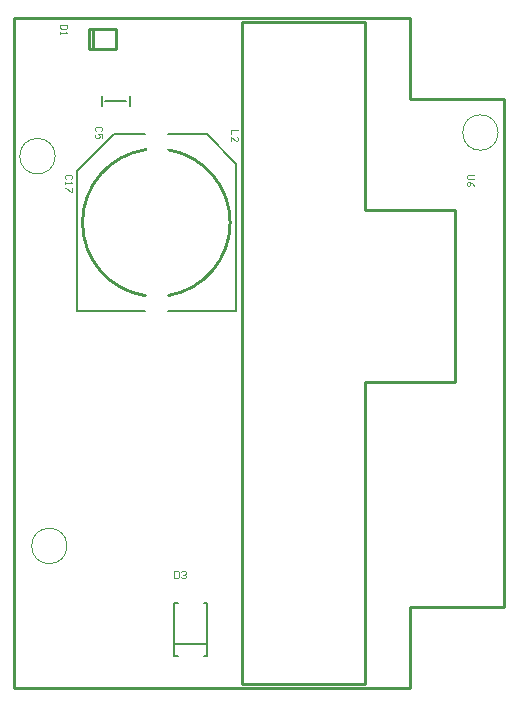
<source format=gto>
%FSLAX44Y44*%
%MOMM*%
G71*
G01*
G75*
G04 Layer_Color=65535*
%ADD10C,0.8500*%
%ADD11R,1.0000X1.0000*%
%ADD12C,1.6000*%
%ADD13R,1.4000X6.0000*%
%ADD14R,2.6000X1.1000*%
%ADD15R,2.5000X7.5000*%
%ADD16R,1.8000X1.7000*%
%ADD17C,0.6000*%
%ADD18C,0.2000*%
%ADD19C,0.2540*%
%ADD20C,1.6500*%
%ADD21R,1.6500X1.6500*%
%ADD22C,1.5000*%
%ADD23R,1.5000X1.5000*%
%ADD24C,1.2700*%
%ADD25C,0.0500*%
%ADD26C,0.1270*%
%ADD27C,0.1400*%
D18*
X98360Y492570D02*
Y500570D01*
X74360Y492570D02*
Y500570D01*
D19*
X111811Y455572D02*
G03*
X111247Y331911I8839J-61872D01*
G01*
X130925Y332050D02*
G03*
X131138Y455314I-10275J61650D01*
G01*
X193042Y3520D02*
X296928D01*
Y258536D01*
X373128D01*
Y404586D01*
X296928D02*
X373128D01*
X296928D02*
Y563590D01*
X193042D02*
X296928D01*
X193042Y3520D02*
Y563590D01*
X67310Y542290D02*
Y557530D01*
X63500Y541020D02*
X86430D01*
X63500D02*
Y557530D01*
X86430D01*
Y541020D02*
Y557530D01*
X0Y0D02*
X335026D01*
Y68580D01*
X415036D01*
Y498602D01*
X335026D02*
X415036D01*
X335026D02*
Y567182D01*
X0Y0D02*
Y567182D01*
X335026D01*
D25*
X45000Y120000D02*
G03*
X45000Y120000I-15000J0D01*
G01*
X410000Y470000D02*
G03*
X410000Y470000I-15000J0D01*
G01*
X35000Y450000D02*
G03*
X35000Y450000I-15000J0D01*
G01*
X73578Y470981D02*
X74578Y471981D01*
Y473980D01*
X73578Y474980D01*
X69580D01*
X68580Y473980D01*
Y471981D01*
X69580Y470981D01*
X74578Y464983D02*
Y468982D01*
X71579D01*
X72579Y466983D01*
Y465983D01*
X71579Y464983D01*
X69580D01*
X68580Y465983D01*
Y467982D01*
X69580Y468982D01*
X48178Y430341D02*
X49178Y431341D01*
Y433340D01*
X48178Y434340D01*
X44180D01*
X43180Y433340D01*
Y431341D01*
X44180Y430341D01*
X43180Y428342D02*
Y426343D01*
Y427342D01*
X49178D01*
X48178Y428342D01*
X49178Y423344D02*
Y419345D01*
X48178D01*
X44180Y423344D01*
X43180D01*
X45368Y561340D02*
X39370D01*
Y558341D01*
X40370Y557341D01*
X44368D01*
X45368Y558341D01*
Y561340D01*
X39370Y555342D02*
Y553343D01*
Y554342D01*
X45368D01*
X44368Y555342D01*
X135636Y98708D02*
Y92710D01*
X138635D01*
X139635Y93710D01*
Y97708D01*
X138635Y98708D01*
X135636D01*
X141634Y97708D02*
X142634Y98708D01*
X144633D01*
X145633Y97708D01*
Y96709D01*
X144633Y95709D01*
X143633D01*
X144633D01*
X145633Y94709D01*
Y93710D01*
X144633Y92710D01*
X142634D01*
X141634Y93710D01*
X190148Y472440D02*
X184150D01*
Y468441D01*
Y462443D02*
Y466442D01*
X188149Y462443D01*
X189148D01*
X190148Y463443D01*
Y465442D01*
X189148Y466442D01*
X389538Y434340D02*
X384540D01*
X383540Y433340D01*
Y431341D01*
X384540Y430341D01*
X389538D01*
Y424343D02*
X388538Y426343D01*
X386539Y428342D01*
X384540D01*
X383540Y427342D01*
Y425343D01*
X384540Y424343D01*
X385539D01*
X386539Y425343D01*
Y428342D01*
D26*
X53150Y318700D02*
Y437450D01*
X188150Y318700D02*
Y443700D01*
X53150Y318700D02*
X110650D01*
X130650D02*
X188150D01*
X53150Y437450D02*
X84400Y468700D01*
X163150D02*
X188150Y443700D01*
X84400Y468700D02*
X110650D01*
X130650D02*
X163150D01*
X135860Y27030D02*
X138610D01*
X161110D02*
X163860D01*
X160860Y72030D02*
X163860D01*
X135860D02*
X138610D01*
X135860Y27030D02*
Y72030D01*
X135890Y36830D02*
X163830D01*
X163860Y27030D02*
Y72030D01*
D27*
X77470Y496570D02*
X95250D01*
M02*

</source>
